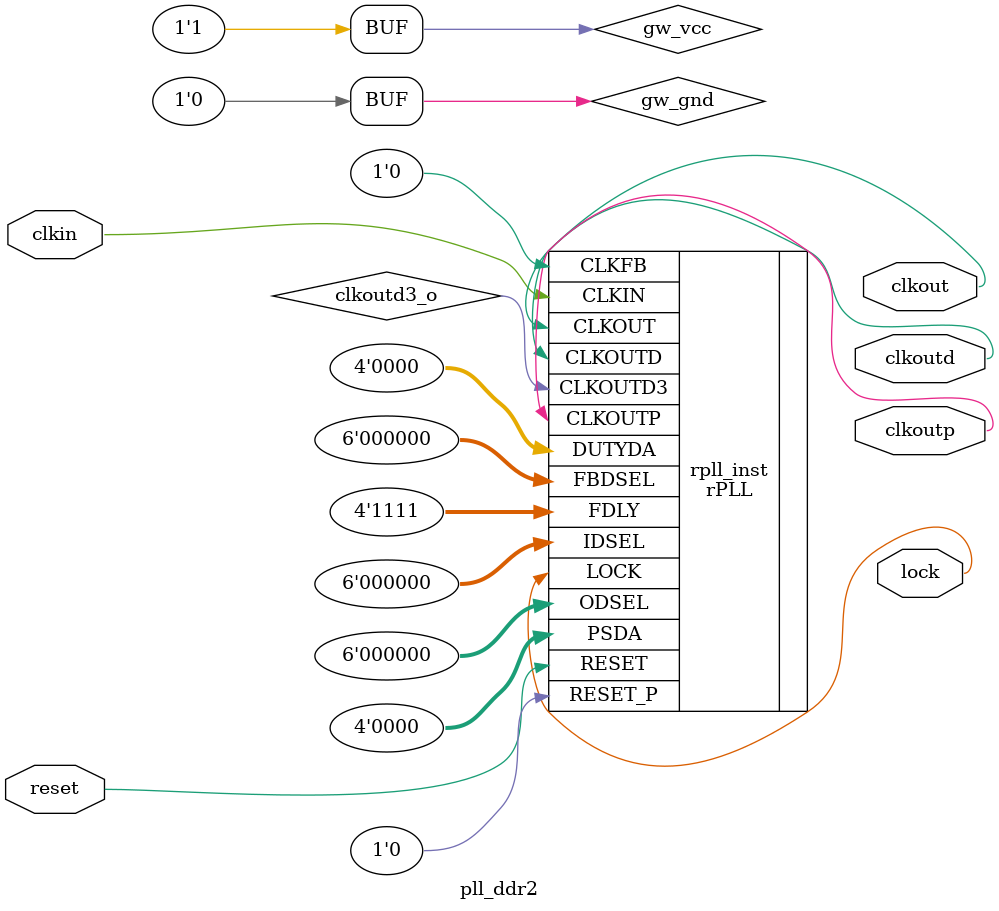
<source format=v>

module pll_ddr2 (clkout, lock, clkoutp, clkoutd, reset, clkin);

output clkout;
output lock;
output clkoutp;
output clkoutd;
input reset;
input clkin;

wire clkoutd3_o;
wire gw_vcc;
wire gw_gnd;

assign gw_vcc = 1'b1;
assign gw_gnd = 1'b0;

rPLL rpll_inst (
    .CLKOUT(clkout),
    .LOCK(lock),
    .CLKOUTP(clkoutp),
    .CLKOUTD(clkoutd),
    .CLKOUTD3(clkoutd3_o),
    .RESET(reset),
    .RESET_P(gw_gnd),
    .CLKIN(clkin),
    .CLKFB(gw_gnd),
    .FBDSEL({gw_gnd,gw_gnd,gw_gnd,gw_gnd,gw_gnd,gw_gnd}),
    .IDSEL({gw_gnd,gw_gnd,gw_gnd,gw_gnd,gw_gnd,gw_gnd}),
    .ODSEL({gw_gnd,gw_gnd,gw_gnd,gw_gnd,gw_gnd,gw_gnd}),
    .PSDA({gw_gnd,gw_gnd,gw_gnd,gw_gnd}),
    .DUTYDA({gw_gnd,gw_gnd,gw_gnd,gw_gnd}),
    .FDLY({gw_vcc,gw_vcc,gw_vcc,gw_vcc})
);

defparam rpll_inst.FCLKIN = "25";
defparam rpll_inst.DYN_IDIV_SEL = "false";
defparam rpll_inst.IDIV_SEL = 0;
defparam rpll_inst.DYN_FBDIV_SEL = "false";
defparam rpll_inst.FBDIV_SEL = 15;
defparam rpll_inst.DYN_ODIV_SEL = "false";
defparam rpll_inst.ODIV_SEL = 2;
defparam rpll_inst.PSDA_SEL = "1100";
defparam rpll_inst.DYN_DA_EN = "false";
defparam rpll_inst.DUTYDA_SEL = "1000";
defparam rpll_inst.CLKOUT_FT_DIR = 1'b1;
defparam rpll_inst.CLKOUTP_FT_DIR = 1'b1;
defparam rpll_inst.CLKOUT_DLY_STEP = 0;
defparam rpll_inst.CLKOUTP_DLY_STEP = 0;
defparam rpll_inst.CLKFB_SEL = "internal";
defparam rpll_inst.CLKOUT_BYPASS = "false";
defparam rpll_inst.CLKOUTP_BYPASS = "false";
defparam rpll_inst.CLKOUTD_BYPASS = "false";
defparam rpll_inst.DYN_SDIV_SEL = 4;
defparam rpll_inst.CLKOUTD_SRC = "CLKOUT";
defparam rpll_inst.CLKOUTD3_SRC = "CLKOUT";
defparam rpll_inst.DEVICE = "GW2A-18";

endmodule //pll_ddr2

</source>
